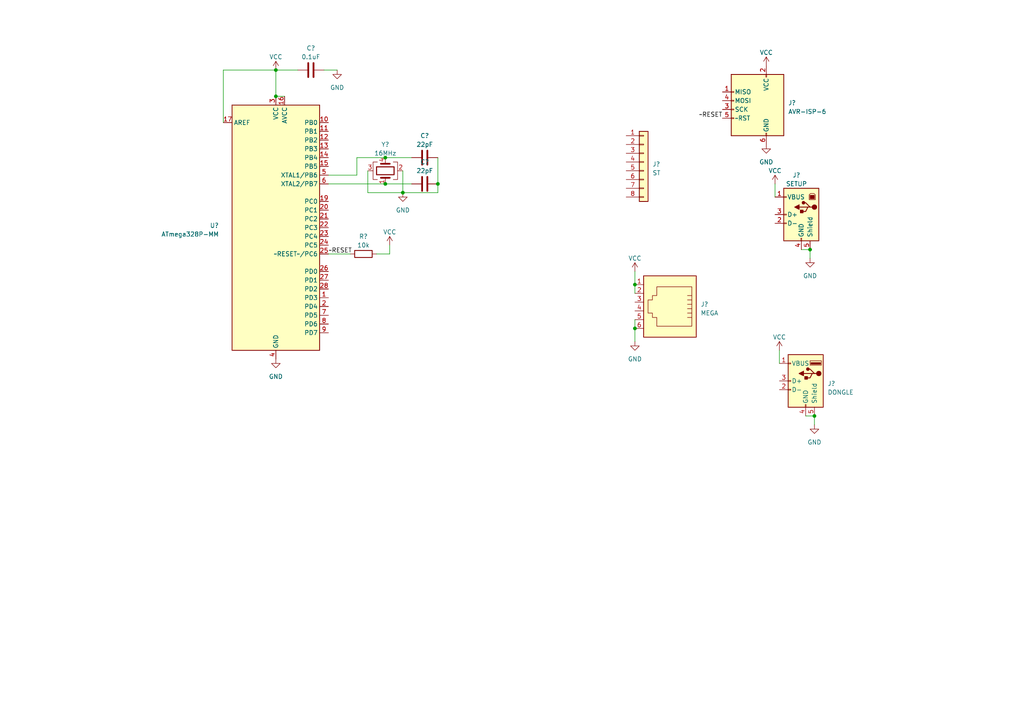
<source format=kicad_sch>
(kicad_sch (version 20210615) (generator eeschema)
  (paper "A4")
  (lib_symbols
    (symbol "Connector:AVR-ISP-6" (pin_names (offset 1.016))
      (property "Reference" "J" (at -6.35 11.43 0))
      (property "Value" "AVR-ISP-6" (at 0 11.43 0))
      (symbol "AVR-ISP-6_0_1"
        (rectangle (start -2.667 -6.858) (end -2.413 -7.62))
        (rectangle (start -2.667 10.16) (end -2.413 9.398))
        (rectangle (start 7.62 -2.413) (end 6.858 -2.667))
        (rectangle (start 7.62 0.127) (end 6.858 -0.127))
        (rectangle (start 7.62 2.667) (end 6.858 2.413))
        (rectangle (start 7.62 5.207) (end 6.858 4.953))
        (rectangle (start 7.62 10.16) (end -7.62 -7.62) (stroke (width 0.254)) (fill (type background)))
      )
      (symbol "AVR-ISP-6_1_1"
        (pin passive line (at 10.16 5.08 180) (length 2.54) (name "MISO") (number "1"))
        (pin passive line (at -2.54 12.7 270) (length 2.54) (name "VCC") (number "2"))
        (pin passive line (at 10.16 0 180) (length 2.54) (name "SCK") (number "3"))
        (pin passive line (at 10.16 2.54 180) (length 2.54) (name "MOSI") (number "4"))
        (pin passive line (at 10.16 -2.54 180) (length 2.54) (name "~RST") (number "5"))
        (pin passive line (at -2.54 -10.16 90) (length 2.54) (name "GND") (number "6"))
      )
    )
    (symbol "Connector:RJ12" (pin_names (offset 1.016))
      (property "Reference" "J" (at -5.08 11.43 0))
      (property "Value" "RJ12" (at 2.54 11.43 0))
      (symbol "RJ12_0_1"
        (rectangle (start 7.62 10.16) (end -7.62 -7.62) (stroke (width 0.254)) (fill (type background)))
        (polyline (pts (xy -6.35 -1.905) (xy -5.08 -1.905) (xy -5.08 -1.905)))
        (polyline (pts (xy -6.35 -0.635) (xy -5.08 -0.635) (xy -5.08 -0.635)))
        (polyline (pts (xy -6.35 0.635) (xy -5.08 0.635) (xy -5.08 0.635)))
        (polyline (pts (xy -6.35 1.905) (xy -5.08 1.905) (xy -5.08 1.905)))
        (polyline (pts (xy -6.35 3.175) (xy -5.08 3.175) (xy -5.08 3.175)))
        (polyline (pts (xy -5.08 4.445) (xy -6.35 4.445) (xy -6.35 4.445)))
        (polyline (pts (xy -6.35 -4.445) (xy -6.35 6.985) (xy 3.81 6.985) (xy 3.81 4.445) (xy 5.08 4.445) (xy 5.08 3.175) (xy 6.35 3.175) (xy 6.35 -0.635) (xy 5.08 -0.635) (xy 5.08 -1.905) (xy 3.81 -1.905) (xy 3.81 -4.445) (xy -6.35 -4.445) (xy -6.35 -4.445)))
      )
      (symbol "RJ12_1_1"
        (pin passive line (at 10.16 -5.08 180) (length 2.54) (name "~") (number "1"))
        (pin passive line (at 10.16 -2.54 180) (length 2.54) (name "~") (number "2"))
        (pin passive line (at 10.16 0 180) (length 2.54) (name "~") (number "3"))
        (pin passive line (at 10.16 2.54 180) (length 2.54) (name "~") (number "4"))
        (pin passive line (at 10.16 5.08 180) (length 2.54) (name "~") (number "5"))
        (pin passive line (at 10.16 7.62 180) (length 2.54) (name "~") (number "6"))
      )
    )
    (symbol "Connector:USB_A" (pin_names (offset 1.016))
      (property "Reference" "J" (at -5.08 11.43 0))
      (property "Value" "USB_A" (at -5.08 8.89 0))
      (symbol "USB_A_0_1"
        (circle (center -3.81 2.159) (radius 0.635) (stroke (width 0.254)) (fill (type outline)))
        (circle (center -0.635 3.429) (radius 0.381) (stroke (width 0.254)) (fill (type outline)))
        (rectangle (start -1.27 4.572) (end -4.572 5.842))
        (rectangle (start -0.127 -7.62) (end 0.127 -6.858))
        (rectangle (start 5.08 -2.667) (end 4.318 -2.413))
        (rectangle (start 5.08 -0.127) (end 4.318 0.127))
        (rectangle (start 5.08 4.953) (end 4.318 5.207))
        (rectangle (start -1.524 4.826) (end -4.318 5.334) (fill (type outline)))
        (rectangle (start 0.254 1.27) (end -0.508 0.508) (stroke (width 0.254)) (fill (type outline)))
        (rectangle (start -5.08 -7.62) (end 5.08 7.62) (stroke (width 0.254)) (fill (type background)))
        (polyline (pts (xy -3.175 2.159) (xy -2.54 2.159) (xy -1.27 3.429) (xy -0.635 3.429)) (stroke (width 0.254)))
        (polyline (pts (xy -2.54 2.159) (xy -1.905 2.159) (xy -1.27 0.889) (xy 0 0.889)) (stroke (width 0.254)))
        (polyline (pts (xy 0.635 2.794) (xy 0.635 1.524) (xy 1.905 2.159) (xy 0.635 2.794)) (stroke (width 0.254)) (fill (type outline)))
      )
      (symbol "USB_A_1_1"
        (polyline (pts (xy -1.905 2.159) (xy 0.635 2.159)) (stroke (width 0.254)))
        (pin power_in line (at 7.62 5.08 180) (length 2.54) (name "VBUS") (number "1"))
        (pin bidirectional line (at 7.62 -2.54 180) (length 2.54) (name "D-") (number "2"))
        (pin bidirectional line (at 7.62 0 180) (length 2.54) (name "D+") (number "3"))
        (pin power_in line (at 0 -10.16 90) (length 2.54) (name "GND") (number "4"))
        (pin passive line (at -2.54 -10.16 90) (length 2.54) (name "Shield") (number "5"))
      )
    )
    (symbol "Connector:USB_B" (pin_names (offset 1.016))
      (property "Reference" "J" (at -5.08 11.43 0))
      (property "Value" "USB_B" (at -5.08 8.89 0))
      (symbol "USB_B_0_1"
        (circle (center -3.81 2.159) (radius 0.635) (stroke (width 0.254)) (fill (type outline)))
        (circle (center -0.635 3.429) (radius 0.381) (stroke (width 0.254)) (fill (type outline)))
        (rectangle (start -0.127 -7.62) (end 0.127 -6.858))
        (rectangle (start 5.08 -2.667) (end 4.318 -2.413))
        (rectangle (start 5.08 -0.127) (end 4.318 0.127))
        (rectangle (start 5.08 4.953) (end 4.318 5.207))
        (rectangle (start -3.81 5.588) (end -2.54 4.572) (fill (type outline)))
        (rectangle (start 0.254 1.27) (end -0.508 0.508) (stroke (width 0.254)) (fill (type outline)))
        (rectangle (start -5.08 -7.62) (end 5.08 7.62) (stroke (width 0.254)) (fill (type background)))
        (polyline (pts (xy -1.905 2.159) (xy 0.635 2.159)) (stroke (width 0.254)))
        (polyline (pts (xy -3.175 2.159) (xy -2.54 2.159) (xy -1.27 3.429) (xy -0.635 3.429)) (stroke (width 0.254)))
        (polyline (pts (xy -2.54 2.159) (xy -1.905 2.159) (xy -1.27 0.889) (xy 0 0.889)) (stroke (width 0.254)))
        (polyline (pts (xy -4.064 4.318) (xy -2.286 4.318) (xy -2.286 5.715) (xy -2.667 6.096) (xy -3.683 6.096) (xy -4.064 5.715) (xy -4.064 4.318)))
        (polyline (pts (xy 0.635 2.794) (xy 0.635 1.524) (xy 1.905 2.159) (xy 0.635 2.794)) (stroke (width 0.254)) (fill (type outline)))
      )
      (symbol "USB_B_1_1"
        (pin power_out line (at 7.62 5.08 180) (length 2.54) (name "VBUS") (number "1"))
        (pin bidirectional line (at 7.62 -2.54 180) (length 2.54) (name "D-") (number "2"))
        (pin bidirectional line (at 7.62 0 180) (length 2.54) (name "D+") (number "3"))
        (pin power_out line (at 0 -10.16 90) (length 2.54) (name "GND") (number "4"))
        (pin passive line (at -2.54 -10.16 90) (length 2.54) (name "Shield") (number "5"))
      )
    )
    (symbol "Connector_Generic:Conn_01x08" (pin_names (offset 1.016) hide)
      (property "Reference" "J" (at 0 10.16 0))
      (property "Value" "Conn_01x08" (at 0 -12.7 0))
      (symbol "Conn_01x08_1_1"
        (rectangle (start -1.27 -10.033) (end 0 -10.287) (stroke (width 0.1524)))
        (rectangle (start -1.27 -7.493) (end 0 -7.747) (stroke (width 0.1524)))
        (rectangle (start -1.27 -4.953) (end 0 -5.207) (stroke (width 0.1524)))
        (rectangle (start -1.27 -2.413) (end 0 -2.667) (stroke (width 0.1524)))
        (rectangle (start -1.27 0.127) (end 0 -0.127) (stroke (width 0.1524)))
        (rectangle (start -1.27 2.667) (end 0 2.413) (stroke (width 0.1524)))
        (rectangle (start -1.27 5.207) (end 0 4.953) (stroke (width 0.1524)))
        (rectangle (start -1.27 7.747) (end 0 7.493) (stroke (width 0.1524)))
        (rectangle (start -1.27 8.89) (end 1.27 -11.43) (stroke (width 0.254)) (fill (type background)))
        (pin passive line (at -5.08 7.62 0) (length 3.81) (name "Pin_1") (number "1"))
        (pin passive line (at -5.08 5.08 0) (length 3.81) (name "Pin_2") (number "2"))
        (pin passive line (at -5.08 2.54 0) (length 3.81) (name "Pin_3") (number "3"))
        (pin passive line (at -5.08 0 0) (length 3.81) (name "Pin_4") (number "4"))
        (pin passive line (at -5.08 -2.54 0) (length 3.81) (name "Pin_5") (number "5"))
        (pin passive line (at -5.08 -5.08 0) (length 3.81) (name "Pin_6") (number "6"))
        (pin passive line (at -5.08 -7.62 0) (length 3.81) (name "Pin_7") (number "7"))
        (pin passive line (at -5.08 -10.16 0) (length 3.81) (name "Pin_8") (number "8"))
      )
    )
    (symbol "Device:C" (pin_numbers hide) (pin_names (offset 0.254))
      (property "Reference" "C" (at 0.635 2.54 0))
      (property "Value" "C" (at 0.635 -2.54 0))
      (symbol "C_0_1"
        (polyline (pts (xy -2.032 -0.762) (xy 2.032 -0.762)) (stroke (width 0.508)))
        (polyline (pts (xy -2.032 0.762) (xy 2.032 0.762)) (stroke (width 0.508)))
      )
      (symbol "C_1_1"
        (pin passive line (at 0 3.81 270) (length 2.794) (name "~") (number "1"))
        (pin passive line (at 0 -3.81 90) (length 2.794) (name "~") (number "2"))
      )
    )
    (symbol "Device:Crystal_GND23" (pin_names (offset 1.016) hide)
      (property "Reference" "Y" (at 3.175 5.08 0))
      (property "Value" "Crystal_GND23" (at 3.175 3.175 0))
      (symbol "Crystal_GND23_0_1"
        (rectangle (start -1.143 2.54) (end 1.143 -2.54) (stroke (width 0.3048)))
        (polyline (pts (xy -2.54 0) (xy -2.032 0)))
        (polyline (pts (xy -2.032 -1.27) (xy -2.032 1.27)) (stroke (width 0.508)))
        (polyline (pts (xy 0 -3.81) (xy 0 -3.556)))
        (polyline (pts (xy 0 3.556) (xy 0 3.81)))
        (polyline (pts (xy 2.032 -1.27) (xy 2.032 1.27)) (stroke (width 0.508)))
        (polyline (pts (xy 2.032 0) (xy 2.54 0)))
        (polyline (pts (xy -2.54 -2.286) (xy -2.54 -3.556) (xy 2.54 -3.556) (xy 2.54 -2.286)))
        (polyline (pts (xy -2.54 2.286) (xy -2.54 3.556) (xy 2.54 3.556) (xy 2.54 2.286)))
      )
      (symbol "Crystal_GND23_1_1"
        (pin passive line (at -3.81 0 0) (length 1.27) (name "1") (number "1"))
        (pin passive line (at 0 5.08 270) (length 1.27) (name "2") (number "2"))
        (pin passive line (at 0 -5.08 90) (length 1.27) (name "3") (number "3"))
        (pin passive line (at 3.81 0 180) (length 1.27) (name "4") (number "4"))
      )
    )
    (symbol "Device:R" (pin_numbers hide) (pin_names (offset 0))
      (property "Reference" "R" (at 2.032 0 90))
      (property "Value" "R" (at 0 0 90))
      (symbol "R_0_1"
        (rectangle (start -1.016 -2.54) (end 1.016 2.54) (stroke (width 0.254)))
      )
      (symbol "R_1_1"
        (pin passive line (at 0 3.81 270) (length 1.27) (name "~") (number "1"))
        (pin passive line (at 0 -3.81 90) (length 1.27) (name "~") (number "2"))
      )
    )
    (symbol "MCU_Microchip_ATmega:ATmega328P-MM"
      (property "Reference" "U" (at -12.7 36.83 0))
      (property "Value" "ATmega328P-MM" (at 2.54 -36.83 0))
      (symbol "ATmega328P-MM_0_1"
        (rectangle (start -12.7 -35.56) (end 12.7 35.56) (stroke (width 0.254)) (fill (type background)))
      )
      (symbol "ATmega328P-MM_1_1"
        (pin bidirectional line (at 15.24 -20.32 180) (length 2.54) (name "PD3") (number "1"))
        (pin bidirectional line (at 15.24 30.48 180) (length 2.54) (name "PB0") (number "10"))
        (pin bidirectional line (at 15.24 27.94 180) (length 2.54) (name "PB1") (number "11"))
        (pin bidirectional line (at 15.24 25.4 180) (length 2.54) (name "PB2") (number "12"))
        (pin bidirectional line (at 15.24 22.86 180) (length 2.54) (name "PB3") (number "13"))
        (pin bidirectional line (at 15.24 20.32 180) (length 2.54) (name "PB4") (number "14"))
        (pin bidirectional line (at 15.24 17.78 180) (length 2.54) (name "PB5") (number "15"))
        (pin power_in line (at 2.54 38.1 270) (length 2.54) (name "AVCC") (number "16"))
        (pin passive line (at -15.24 30.48 0) (length 2.54) (name "AREF") (number "17"))
        (pin passive line (at 0 -38.1 90) (length 2.54) hide (name "GND") (number "18"))
        (pin bidirectional line (at 15.24 7.62 180) (length 2.54) (name "PC0") (number "19"))
        (pin bidirectional line (at 15.24 -22.86 180) (length 2.54) (name "PD4") (number "2"))
        (pin bidirectional line (at 15.24 5.08 180) (length 2.54) (name "PC1") (number "20"))
        (pin bidirectional line (at 15.24 2.54 180) (length 2.54) (name "PC2") (number "21"))
        (pin bidirectional line (at 15.24 0 180) (length 2.54) (name "PC3") (number "22"))
        (pin bidirectional line (at 15.24 -2.54 180) (length 2.54) (name "PC4") (number "23"))
        (pin bidirectional line (at 15.24 -5.08 180) (length 2.54) (name "PC5") (number "24"))
        (pin bidirectional line (at 15.24 -7.62 180) (length 2.54) (name "~RESET~/PC6") (number "25"))
        (pin bidirectional line (at 15.24 -12.7 180) (length 2.54) (name "PD0") (number "26"))
        (pin bidirectional line (at 15.24 -15.24 180) (length 2.54) (name "PD1") (number "27"))
        (pin bidirectional line (at 15.24 -17.78 180) (length 2.54) (name "PD2") (number "28"))
        (pin passive line (at 0 -38.1 90) (length 2.54) hide (name "GND") (number "29"))
        (pin power_in line (at 0 38.1 270) (length 2.54) (name "VCC") (number "3"))
        (pin power_in line (at 0 -38.1 90) (length 2.54) (name "GND") (number "4"))
        (pin bidirectional line (at 15.24 15.24 180) (length 2.54) (name "XTAL1/PB6") (number "5"))
        (pin bidirectional line (at 15.24 12.7 180) (length 2.54) (name "XTAL2/PB7") (number "6"))
        (pin bidirectional line (at 15.24 -25.4 180) (length 2.54) (name "PD5") (number "7"))
        (pin bidirectional line (at 15.24 -27.94 180) (length 2.54) (name "PD6") (number "8"))
        (pin bidirectional line (at 15.24 -30.48 180) (length 2.54) (name "PD7") (number "9"))
      )
    )
    (symbol "power:GND" (power) (pin_names (offset 0))
      (property "Value" "GND" (at 0 -3.81 0))
      (symbol "GND_0_1"
        (polyline (pts (xy 0 0) (xy 0 -1.27) (xy 1.27 -1.27) (xy 0 -2.54) (xy -1.27 -1.27) (xy 0 -1.27)))
      )
      (symbol "GND_1_1"
        (pin power_in line (at 0 0 270) (length 0) hide (name "GND") (number "1"))
      )
    )
    (symbol "power:VCC" (power) (pin_names (offset 0))
      (property "Value" "VCC" (at 0 3.81 0))
      (symbol "VCC_0_1"
        (polyline (pts (xy -0.762 1.27) (xy 0 2.54)))
        (polyline (pts (xy 0 0) (xy 0 2.54)))
        (polyline (pts (xy 0 2.54) (xy 0.762 1.27)))
      )
      (symbol "VCC_1_1"
        (pin power_in line (at 0 0 90) (length 0) hide (name "VCC") (number "1"))
      )
    )
  )
  (junction (at 80.01 20.32) (diameter 0.9144))
  (junction (at 80.01 27.94) (diameter 0.9144))
  (junction (at 111.76 45.72) (diameter 0.9144))
  (junction (at 111.76 53.34) (diameter 0.9144))
  (junction (at 116.84 55.88) (diameter 0.9144))
  (junction (at 127 53.34) (diameter 0.9144))
  (junction (at 184.15 82.55) (diameter 0.9144))
  (junction (at 184.15 95.25) (diameter 0.9144))
  (junction (at 234.95 72.39) (diameter 0.9144))
  (junction (at 236.22 120.65) (diameter 0.9144))
  (wire (pts (xy 64.77 20.32) (xy 80.01 20.32)))
  (wire (pts (xy 64.77 35.56) (xy 64.77 20.32)))
  (wire (pts (xy 80.01 20.32) (xy 80.01 27.94)))
  (wire (pts (xy 80.01 20.32) (xy 86.36 20.32)))
  (wire (pts (xy 80.01 27.94) (xy 82.55 27.94)))
  (wire (pts (xy 93.98 20.32) (xy 97.79 20.32)))
  (wire (pts (xy 95.25 50.8) (xy 103.505 50.8)))
  (wire (pts (xy 95.25 53.34) (xy 111.76 53.34)))
  (wire (pts (xy 95.25 73.66) (xy 101.6 73.66)))
  (wire (pts (xy 103.505 45.72) (xy 111.76 45.72)))
  (wire (pts (xy 103.505 50.8) (xy 103.505 45.72)))
  (wire (pts (xy 106.68 49.53) (xy 106.68 55.88)))
  (wire (pts (xy 106.68 55.88) (xy 116.84 55.88)))
  (wire (pts (xy 109.22 73.66) (xy 113.03 73.66)))
  (wire (pts (xy 113.03 71.12) (xy 113.03 73.66)))
  (wire (pts (xy 116.84 49.53) (xy 116.84 55.88)))
  (wire (pts (xy 116.84 55.88) (xy 127 55.88)))
  (wire (pts (xy 119.38 45.72) (xy 111.76 45.72)))
  (wire (pts (xy 119.38 53.34) (xy 111.76 53.34)))
  (wire (pts (xy 127 45.72) (xy 127 53.34)))
  (wire (pts (xy 127 53.34) (xy 127 55.88)))
  (wire (pts (xy 184.15 78.74) (xy 184.15 82.55)))
  (wire (pts (xy 184.15 82.55) (xy 184.15 85.09)))
  (wire (pts (xy 184.15 92.71) (xy 184.15 95.25)))
  (wire (pts (xy 184.15 95.25) (xy 184.15 99.06)))
  (wire (pts (xy 224.79 53.34) (xy 224.79 57.15)))
  (wire (pts (xy 226.06 101.6) (xy 226.06 105.41)))
  (wire (pts (xy 234.95 72.39) (xy 232.41 72.39)))
  (wire (pts (xy 234.95 72.39) (xy 234.95 74.93)))
  (wire (pts (xy 236.22 120.65) (xy 233.68 120.65)))
  (wire (pts (xy 236.22 120.65) (xy 236.22 123.19)))
  (label "~RESET" (at 95.25 73.66 0))
  (label "~RESET" (at 209.55 34.29 180))
  (symbol (lib_id "power:VCC") (at 80.01 20.32 0) (unit 1)
    (property "Reference" "#PWR?" (effects hide))
    (property "Value" "VCC" (at 80.01 16.51 0))
  )
  (symbol (lib_id "power:VCC") (at 113.03 71.12 0) (unit 1)
    (property "Reference" "#PWR?" (effects hide))
    (property "Value" "VCC" (at 113.03 67.31 0))
  )
  (symbol (lib_id "power:VCC") (at 184.15 78.74 0) (unit 1)
    (property "Reference" "#PWR?" (effects hide))
    (property "Value" "VCC" (at 184.15 74.93 0))
  )
  (symbol (lib_id "power:VCC") (at 222.25 19.05 0) (unit 1)
    (property "Reference" "#PWR?" (effects hide))
    (property "Value" "VCC" (at 222.25 15.24 0))
  )
  (symbol (lib_id "power:VCC") (at 224.79 53.34 0) (mirror y) (unit 1)
    (property "Reference" "#PWR?" (effects hide))
    (property "Value" "VCC" (at 224.79 49.53 0))
  )
  (symbol (lib_id "power:VCC") (at 226.06 101.6 0) (mirror y) (unit 1)
    (property "Reference" "#PWR?" (effects hide))
    (property "Value" "VCC" (at 226.06 97.79 0))
  )
  (symbol (lib_id "power:GND") (at 80.01 104.14 0) (unit 1)
    (property "Reference" "#PWR?" (effects hide))
    (property "Value" "GND" (at 80.01 109.22 0))
  )
  (symbol (lib_id "power:GND") (at 97.79 20.32 0) (unit 1)
    (property "Reference" "#PWR?" (effects hide))
    (property "Value" "GND" (at 97.79 25.4 0))
  )
  (symbol (lib_id "power:GND") (at 116.84 55.88 0) (mirror y) (unit 1)
    (property "Reference" "#PWR?" (effects hide))
    (property "Value" "GND" (at 116.84 60.96 0))
  )
  (symbol (lib_id "power:GND") (at 184.15 99.06 0) (unit 1)
    (property "Reference" "#PWR?" (effects hide))
    (property "Value" "GND" (at 184.15 104.14 0))
  )
  (symbol (lib_id "power:GND") (at 222.25 41.91 0) (unit 1)
    (property "Reference" "#PWR?" (effects hide))
    (property "Value" "GND" (at 222.25 46.99 0))
  )
  (symbol (lib_id "power:GND") (at 234.95 74.93 0) (mirror y) (unit 1)
    (property "Reference" "#PWR?" (effects hide))
    (property "Value" "GND" (at 234.95 80.01 0))
  )
  (symbol (lib_id "power:GND") (at 236.22 123.19 0) (mirror y) (unit 1)
    (property "Reference" "#PWR?" (effects hide))
    (property "Value" "GND" (at 236.22 128.27 0))
  )
  (symbol (lib_id "Device:R") (at 105.41 73.66 90) (unit 1)
    (property "Reference" "R?" (at 105.41 68.58 90))
    (property "Value" "10k" (at 105.41 71.12 90))
  )
  (symbol (lib_id "Device:C") (at 90.17 20.32 90) (unit 1)
    (property "Reference" "C?" (at 90.17 13.97 90))
    (property "Value" "0.1uF" (at 90.17 16.51 90))
  )
  (symbol (lib_id "Device:C") (at 123.19 45.72 270) (mirror x) (unit 1)
    (property "Reference" "C?" (at 123.19 39.37 90))
    (property "Value" "22pF" (at 123.19 41.91 90))
  )
  (symbol (lib_id "Device:C") (at 123.19 53.34 270) (mirror x) (unit 1)
    (property "Reference" "C?" (at 123.19 46.99 90))
    (property "Value" "22pF" (at 123.19 49.53 90))
  )
  (symbol (lib_id "Device:Crystal_GND23") (at 111.76 49.53 270) (mirror x) (unit 1)
    (property "Reference" "Y?" (at 111.76 41.91 90))
    (property "Value" "16MHz" (at 111.76 44.45 90))
  )
  (symbol (lib_id "Connector_Generic:Conn_01x08") (at 186.69 46.99 0) (unit 1)
    (property "Reference" "J?" (at 189.23 47.6249 0) (effects (justify left)))
    (property "Value" "ST" (at 189.23 50.1649 0) (effects (justify left)))
  )
  (symbol (lib_id "Connector:USB_B") (at 232.41 62.23 0) (mirror y) (unit 1)
    (property "Reference" "J?" (at 231.013 50.8 0))
    (property "Value" "SETUP" (at 231.013 53.34 0))
    (property "Datasheet" " ~" (effects hide))
  )
  (symbol (lib_id "Connector:USB_A") (at 233.68 110.49 0) (mirror y) (unit 1)
    (property "Reference" "J?" (at 240.03 111.2519 0) (effects (justify right)))
    (property "Value" "DONGLE" (at 240.03 113.7919 0) (effects (justify right)))
    (property "Footprint" "Connector_USB:USB_A_Molex_67643_Horizontal" (effects hide))
    (property "Datasheet" " ~" (effects hide))
  )
  (symbol (lib_id "Connector:RJ12") (at 194.31 87.63 180) (unit 1)
    (property "Reference" "J?" (at 203.2 88.2649 0) (effects (justify right)))
    (property "Value" "MEGA" (at 203.2 90.8049 0) (effects (justify right)))
  )
  (symbol (lib_id "Connector:AVR-ISP-6") (at 219.71 31.75 0) (mirror y) (unit 1)
    (property "Reference" "J?" (at 228.6 29.8449 0) (effects (justify right)))
    (property "Value" "AVR-ISP-6" (at 228.6 32.3849 0) (effects (justify right)))
    (property "Footprint" "Connector_IDC:IDC-Header_2x03_P2.54mm_Vertical" (effects hide))
    (property "Datasheet" " ~" (effects hide))
  )
  (symbol (lib_id "MCU_Microchip_ATmega:ATmega328P-MM") (at 80.01 66.04 0) (unit 1)
    (property "Reference" "U?" (at 63.5 65.4049 0) (effects (justify right)))
    (property "Value" "ATmega328P-MM" (at 63.5 67.9449 0) (effects (justify right)))
    (property "Footprint" "Package_DFN_QFN:QFN-28-1EP_4x4mm_P0.45mm_EP2.4x2.4mm" (effects hide))
    (property "Datasheet" "http://ww1.microchip.com/downloads/en/DeviceDoc/ATmega328_P%20AVR%20MCU%20with%20picoPower%20Technology%20Data%20Sheet%2040001984A.pdf" (effects hide))
  )
)
</source>
